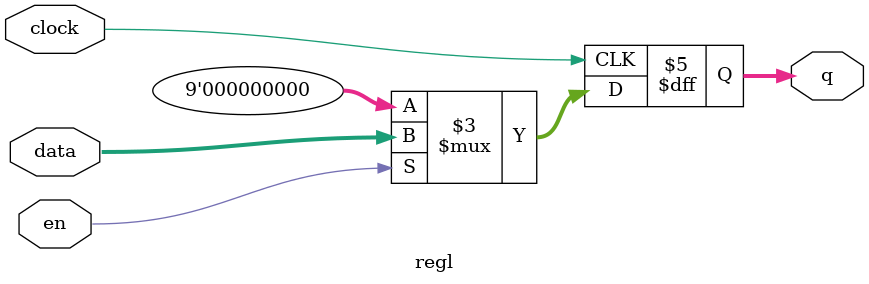
<source format=v>
module regl (clock, en, data, q);
	input clock;
	input en;
	input [8:0] data;
	output [8:0] q;
	
	reg [8:0] q;
	
	always @ (posedge clock)
		if(en)
			q <= data;
		else
			q <= 8'b0;
endmodule
</source>
